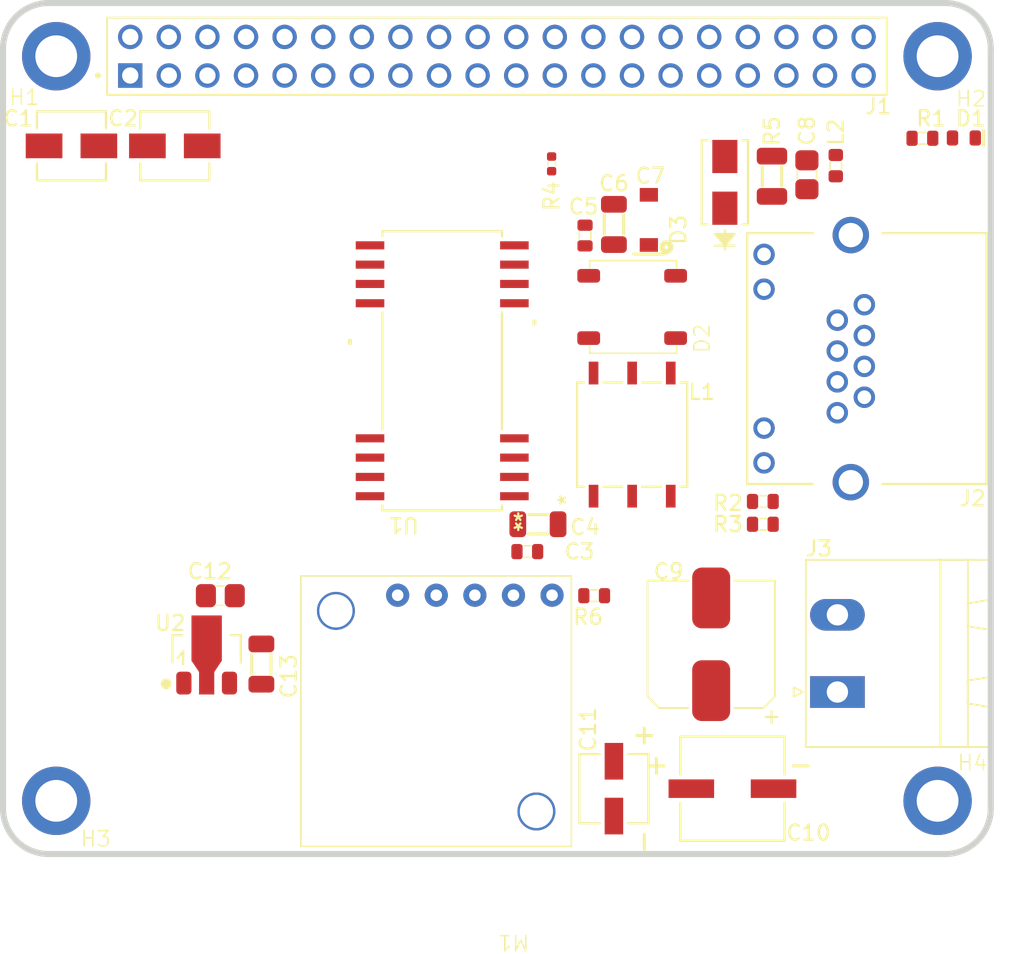
<source format=kicad_pcb>
(kicad_pcb (version 20240108) (generator "pcbnew") (generator_version "8.0")
  (layers (0 "F.Cu" signal) (31 "B.Cu" signal) (34 "B.Paste" user) (35 "F.Paste" user) (36 "B.SilkS" user "B.Silkscreen") (37 "F.SilkS" user "F.Silkscreen") (38 "B.Mask" user) (39 "F.Mask" user) (44 "Edge.Cuts" user))
  (net 0 "")
  (net 1 "+3.3V")
  (net 2 "GND")
  (net 3 "+5V")
  (net 4 "Earth")
  (net 5 "Net-(D1-Pad1)")
  (net 6 "Net-(U1-ST2)")
  (net 8 "Net-(U1-ST1)")
  (net 11 "/RS485/RJ45_SHIELD")
  (net 12 "+24V")
  (net 13 "Net-(D2-Pad2)")
  (net 14 "Net-(D2-Pad1)")
  (net 16 "Net-(J1-GPIO23)")
  (net 18 "Net-(J1-GPIO15{slash}RXD)")
  (net 28 "Net-(J1-GPIO22)")
  (net 29 "Net-(J1-GPIO17)")
  (net 35 "Net-(J1-PWM1{slash}GPIO13)")
  (net 39 "Net-(J1-GPIO18{slash}PWM0)")
  (net 41 "Net-(J1-GPIO14{slash}TXD)")
  (net 45 "/RS485/B_RS485")
  (net 46 "/RS485/A_RS485")
  (net 48 "Net-(J2-Pad10)")
  (net 51 "Net-(J2-Pad12)")
  (net 52 "/RS485/Y_RS485")
  (net 54 "/RS485/Z_RS485")
  (net 55 "/Power/5V_PG")
  (footprint "AVR-KiCAD-Lib-Holes_Fasteners:RPI_HAT_HOLE" (layer "F.Cu") (at 113.5 102.5 90)
    (property "Reference" "H3" (at -2.5 2.6 0) (layer "F.SilkS") (effects (font (thickness 0.1))))
    (property "Value" "MountingHole_Pad" (hide yes))
    (pad "" np_thru_hole circle (at 0 0 90) (size 4.5 4.5) (drill 2.75) (layers "F&B.Cu" "*.Mask"))
  )
  (footprint "AVR-KiCAD-Lib-Resistors:R1206" (layer "F.Cu") (at 160.6 61.4 -90)
    (property "Reference" "R5" (at -2.975 0 90) (layer "F.SilkS"))
    (property "Value" "RC1206FR-071ML" (hide yes))
    (fp_line (start 0.635 0.635) (end -0.635 0.635) (stroke (width 0.2)) (layer "F.SilkS"))
    (fp_line (start -0.635 -0.635) (end 0.635 -0.635) (stroke (width 0.2)) (layer "F.SilkS"))
    (pad "1" smd roundrect (at -1.325 0 270) (size 1.1 2) (layers "F.Cu" "F.Paste" "F.Mask") (net 2 "GND"))
    (pad "2" smd roundrect (at 1.325 0 270) (size 1.1 2) (layers "F.Cu" "F.Paste" "F.Mask") (net 11 "/RS485/RJ45_SHIELD"))
  )
  (footprint "AVR-KiCAD-Lib-Resistors:R0603" (layer "F.Cu") (at 148.9 89)
    (property "Reference" "R6" (at -0.4 1.4 360) (layer "F.SilkS"))
    (property "Value" "RC0603FR-072K2L" (hide yes))
    (fp_line (start -0.254 -0.381) (end 0.254 -0.381) (stroke (width 0.1)) (layer "F.SilkS"))
    (fp_line (start -0.254 0.381) (end 0.254 0.381) (stroke (width 0.1)) (layer "F.SilkS"))
    (pad "1" smd roundrect (at -0.68 0) (size 0.74 1) (layers "F.Cu" "F.Paste" "F.Mask") (net 55 "/Power/5V_PG"))
    (pad "2" smd roundrect (at 0.68 0) (size 0.74 1) (layers "F.Cu" "F.Paste" "F.Mask") (net 1 "+3.3V"))
  )
  (footprint "AVR-KiCAD-Lib-Capacitors:C0805" (layer "F.Cu") (at 162.9 61.3 90)
    (property "Reference" "C8" (at 2.9 0 90) (layer "F.SilkS"))
    (property "Value" "C0805C103KCRACAUTO" (hide yes))
    (fp_line (start -0.254 -0.635) (end 0.254 -0.635) (stroke (width 0.1)) (layer "F.SilkS"))
    (fp_line (start -0.254 0.635) (end 0.254 0.635) (stroke (width 0.1)) (layer "F.SilkS"))
    (pad "1" smd roundrect (at -0.95 0 90) (size 1.321 1.524) (layers "F.Cu" "F.Paste" "F.Mask") (net 11 "/RS485/RJ45_SHIELD"))
    (pad "2" smd roundrect (at 0.95 0 90) (size 1.321 1.524) (layers "F.Cu" "F.Paste" "F.Mask") (net 2 "GND"))
  )
  (footprint "AVR-KiCAD-Lib-Capacitors:CAP_UUQ_6P3X5P4_NCH" (layer "F.Cu") (at 158 101.7)
    (property "Reference" "C10" (at 5 2.9 0) (layer "F.SilkS"))
    (property "Value" "UUQ1H100MCL1GB" (hide yes))
    (fp_line (start -5.5 -1.5) (end -4.5 -1.5) (stroke (width 0.2)) (layer "F.SilkS"))
    (fp_line (start -5 -2) (end -5 -1) (stroke (width 0.2)) (layer "F.SilkS"))
    (fp_line (start -3.429 -3.429) (end -3.429 -0.94234) (stroke (width 0.1524)) (layer "F.SilkS"))
    (fp_line (start -3.429 0.94234) (end -3.429 3.429) (stroke (width 0.1524)) (layer "F.SilkS"))
    (fp_line (start -3.429 3.429) (end 3.429 3.429) (stroke (width 0.1524)) (layer "F.SilkS"))
    (fp_line (start 3.429 -3.429) (end -3.429 -3.429) (stroke (width 0.1524)) (layer "F.SilkS"))
    (fp_line (start 3.429 -0.94234) (end 3.429 -3.429) (stroke (width 0.1524)) (layer "F.SilkS"))
    (fp_line (start 3.429 3.429) (end 3.429 0.94234) (stroke (width 0.1524)) (layer "F.SilkS"))
    (fp_line (start 4 -1.5) (end 5 -1.5) (stroke (width 0.2)) (layer "F.SilkS"))
    (pad "1" smd rect (at -2.7051 0) (size 2.9972 1.2192) (layers "F.Cu" "F.Paste" "F.Mask") (net 12 "+24V"))
    (pad "2" smd rect (at 2.7051 0) (size 2.9972 1.2192) (layers "F.Cu" "F.Paste" "F.Mask") (net 2 "GND"))
  )
  (footprint "AVR-KiCAD-Lib-Transformers:SO6_Q4470-CL_C-SIZE_COC" (layer "F.Cu") (at 151.4 78.4 90)
    (property "Reference" "L1" (at 2.8 4.6 0) (layer "F.SilkS"))
    (property "Value" "Q4470-CL" (hide yes))
    (fp_line (start 3.429 -3.6195) (end -3.429 -3.6195) (stroke (width 0.1524)) (layer "F.SilkS"))
    (fp_line (start -3.429 -3.6195) (end -3.429 -3.19024) (stroke (width 0.1524)) (layer "F.SilkS"))
    (fp_line (start 3.429 -3.19024) (end 3.429 -3.6195) (stroke (width 0.1524)) (layer "F.SilkS"))
    (fp_line (start -3.429 -1.88976) (end -3.429 -0.65024) (stroke (width 0.1524)) (layer "F.SilkS"))
    (fp_line (start 3.429 -0.65024) (end 3.429 -1.88976) (stroke (width 0.1524)) (layer "F.SilkS"))
    (fp_line (start -3.429 0.65024) (end -3.429 1.88976) (stroke (width 0.1524)) (layer "F.SilkS"))
    (fp_line (start 3.429 1.88976) (end 3.429 0.65024) (stroke (width 0.1524)) (layer "F.SilkS"))
    (fp_line (start -3.429 3.19024) (end -3.429 3.6195) (stroke (width 0.1524)) (layer "F.SilkS"))
    (fp_line (start 3.429 3.6195) (end 3.429 3.19024) (stroke (width 0.1524)) (layer "F.SilkS"))
    (fp_line (start -3.429 3.6195) (end 3.429 3.6195) (stroke (width 0.1524)) (layer "F.SilkS"))
    (fp_text user "*" (at -4.3053 -4.318 90) (layer "F.SilkS"))
    (fp_text user "*" (at -4.3053 -4.318 90) (layer "F.SilkS"))
    (pad "1" smd rect (at -4.0513 -2.54 90) (size 1.4986 0.635) (layers "F.Cu" "F.Paste" "F.Mask") (net 6 "Net-(U1-ST2)"))
    (pad "2" smd rect (at -4.0513 0 90) (size 1.4986 0.635) (layers "F.Cu" "F.Paste" "F.Mask"))
    (pad "3" smd rect (at -4.0513 2.54 90) (size 1.4986 0.635) (layers "F.Cu" "F.Paste" "F.Mask") (net 8 "Net-(U1-ST1)"))
    (pad "4" smd rect (at 4.0513 2.54 90) (size 1.4986 0.635) (layers "F.Cu" "F.Paste" "F.Mask") (net 14 "Net-(D2-Pad1)"))
    (pad "5" smd rect (at 4.0513 0 90) (size 1.4986 0.635) (layers "F.Cu" "F.Paste" "F.Mask"))
    (pad "6" smd rect (at 4.0513 -2.54 90) (size 1.4986 0.635) (layers "F.Cu" "F.Paste" "F.Mask") (net 13 "Net-(D2-Pad2)"))
  )
  (footprint "AVR-KiCAD-Lib-Diodes:LED0603" (layer "F.Cu") (at 173.23 58.88)
    (property "Reference" "D1" (at 0.45 -1.28 360) (layer "F.SilkS"))
    (property "Value" "LTST-C194KGKT" (hide yes))
    (fp_line (start 1.3 -0.5) (end 1.3 0.5) (stroke (width 0.2)) (layer "F.SilkS"))
    (pad "1" smd roundrect (at -0.75 0) (size 0.75 1) (layers "F.Cu" "F.Paste" "F.Mask") (net 5 "Net-(D1-Pad1)"))
    (pad "2" smd roundrect (at 0.75 0) (size 0.75 1) (layers "F.Cu" "F.Paste" "F.Mask") (net 2 "GND"))
  )
  (footprint "AVR-KiCAD-Lib-Connectors:PhoenixContact_MSTBA-G_02x5.08mm_Angled" (layer "F.Cu") (at 164.9075 95.34 90)
    (property "Reference" "J3" (at 9.44 -1.2075 180) (layer "F.SilkS"))
    (property "Value" "1757242")
    (fp_line (start 0.3 -2.88) (end 0 -2.28) (stroke (width 0.12)) (layer "F.SilkS"))
    (fp_line (start -0.3 -2.88) (end 0.3 -2.88) (stroke (width 0.12)) (layer "F.SilkS"))
    (fp_line (start 0 -2.28) (end -0.3 -2.88) (stroke (width 0.12)) (layer "F.SilkS"))
    (fp_line (start 8.7 -2.08) (end -3.62 -2.08) (stroke (width 0.12)) (layer "F.SilkS"))
    (fp_line (start -3.62 -2.08) (end -3.62 10.08) (stroke (width 0.12)) (layer "F.SilkS"))
    (fp_line (start 8.7 6.78) (end 8.7 8.58) (stroke (width 0.12)) (layer "F.SilkS"))
    (fp_line (start -3.62 6.78) (end 8.7 6.78) (stroke (width 0.12)) (layer "F.SilkS"))
    (fp_line (start 8.7 8.58) (end -3.62 8.58) (stroke (width 0.12)) (layer "F.SilkS"))
    (fp_line (start 5.83 8.58) (end 4.33 8.58) (stroke (width 0.12)) (layer "F.SilkS"))
    (fp_line (start 4.33 8.58) (end 4.08 10.08) (stroke (width 0.12)) (layer "F.SilkS"))
    (fp_line (start 0.75 8.58) (end -0.75 8.58) (stroke (width 0.12)) (layer "F.SilkS"))
    (fp_line (start -0.75 8.58) (end -1 10.08) (stroke (width 0.12)) (layer "F.SilkS"))
    (fp_line (start -3.62 8.58) (end -3.62 6.78) (stroke (width 0.12)) (layer "F.SilkS"))
    (fp_line (start 8.7 10.08) (end 8.7 -2.08) (stroke (width 0.12)) (layer "F.SilkS"))
    (fp_line (start 6.08 10.08) (end 5.83 8.58) (stroke (width 0.12)) (layer "F.SilkS"))
    (fp_line (start 4.08 10.08) (end 6.08 10.08) (stroke (width 0.12)) (layer "F.SilkS"))
    (fp_line (start 1 10.08) (end 0.75 8.58) (stroke (width 0.12)) (layer "F.SilkS"))
    (fp_line (start -1 10.08) (end 1 10.08) (stroke (width 0.12)) (layer "F.SilkS"))
    (fp_line (start -3.62 10.08) (end 8.7 10.08) (stroke (width 0.12)) (layer "F.SilkS"))
    (pad "1" thru_hole rect (at 0 0 90) (size 2.08 3.6) (drill 1.4) (layers "*.Cu" "*.Mask") (net 12 "+24V"))
    (pad "2" thru_hole oval (at 5.08 0 90) (size 2.08 3.6) (drill 1.4) (layers "*.Cu" "*.Mask") (net 2 "GND"))
  )
  (footprint "AVR-KiCAD-Lib-Holes_Fasteners:RPI_HAT_HOLE" (layer "F.Cu") (at 171.5 53.5 90)
    (property "Reference" "H2" (at -2.8 2.2 0) (layer "F.SilkS") (effects (font (thickness 0.1))))
    (property "Value" "MountingHole_Pad" (hide yes))
    (pad "" np_thru_hole circle (at 0 0 90) (size 4.5 4.5) (drill 2.75) (layers "F&B.Cu" "*.Mask"))
  )
  (footprint "AVR-KiCAD-Lib-Holes_Fasteners:RPI_HAT_HOLE" (layer "F.Cu") (at 171.5 102.5 90)
    (property "Reference" "H4" (at 2.5 2.3 0) (layer "F.SilkS") (effects (font (thickness 0.1))))
    (property "Value" "MountingHole_Pad" (hide yes))
    (pad "" np_thru_hole circle (at 0 0 90) (size 4.5 4.5) (drill 2.75) (layers "F&B.Cu" "*.Mask"))
  )
  (footprint "AVR-KiCAD-Lib-Holes_Fasteners:RPI_HAT_HOLE" (layer "F.Cu") (at 113.5 53.5 90)
    (property "Reference" "H1" (at -2.7 -2.1 0) (layer "F.SilkS") (effects (font (thickness 0.1))))
    (property "Value" "MountingHole_Pad" (hide yes))
    (pad "" np_thru_hole circle (at 0 0 90) (size 4.5 4.5) (drill 2.75) (layers "F&B.Cu" "*.Mask"))
  )
  (footprint "AVR-KiCAD-Lib-Inductors:MI0603K300R-10" (layer "F.Cu") (at 164.8 60.7 90)
    (property "Reference" "L2" (at 2.2 0 90) (layer "F.SilkS"))
    (property "Value" "MI0603K300R-10" (hide yes))
    (fp_line (start -0.254 -0.381) (end 0.254 -0.381) (stroke (width 0.1)) (layer "F.SilkS"))
    (fp_line (start 0.254 0.381) (end -0.254 0.381) (stroke (width 0.1)) (layer "F.SilkS"))
    (pad "1" smd roundrect (at -0.7 0 90) (size 0.8 0.95) (layers "F.Cu" "F.Paste" "F.Mask") (net 11 "/RS485/RJ45_SHIELD"))
    (pad "2" smd roundrect (at 0.7 0 90) (size 0.8 0.95) (layers "F.Cu" "F.Paste" "F.Mask") (net 2 "GND"))
  )
  (footprint "AVR-KiCAD-Lib-Capacitors:C0603" (layer "F.Cu") (at 148.3 65.3 -90)
    (property "Reference" "C5" (at -1.9 0.1 180) (layer "F.SilkS"))
    (property "Value" "CL10B104JB8NNNC" (hide yes))
    (fp_line (start -0.254 0.381) (end 0.254 0.381) (stroke (width 0.1)) (layer "F.SilkS"))
    (fp_line (start -0.254 -0.381) (end 0.254 -0.381) (stroke (width 0.1)) (layer "F.SilkS"))
    (pad "1" smd roundrect (at -0.68 0 270) (size 0.74 1) (layers "F.Cu" "F.Paste" "F.Mask") (net 4 "Earth"))
    (pad "2" smd roundrect (at 0.68 0 270) (size 0.74 1) (layers "F.Cu" "F.Paste" "F.Mask") (net 3 "+5V"))
  )
  (footprint "AVR-KiCAD-Lib-Connectors:SULLINS_PPPC202LFBN-RC_RPi5" (layer "F.Cu") (at 142.5 53.5 180)
    (property "Reference" "J1" (at -25.1 -3.3 360) (layer "F.SilkS"))
    (property "Value" "Raspberry_Pi_2_3")
    (fp_line (start 25.65 2.54) (end 25.65 -2.54) (stroke (width 0.127)) (layer "F.SilkS"))
    (fp_line (start 25.65 -2.54) (end -25.65 -2.54) (stroke (width 0.127)) (layer "F.SilkS"))
    (fp_line (start -25.65 2.54) (end 25.65 2.54) (stroke (width 0.127)) (layer "F.SilkS"))
    (fp_line (start -25.65 -2.54) (end -25.65 2.54) (stroke (width 0.127)) (layer "F.SilkS"))
    (fp_circle (center 26.25 -1.27) (end 26.35 -1.27) (stroke (width 0.2)) (fill none) (layer "F.SilkS"))
    (pad "1" thru_hole rect (at 24.13 -1.27 180) (size 1.605 1.605) (drill 1.07) (layers "*.Cu" "*.Mask"))
    (pad "2" thru_hole circle (at 24.13 1.27 180) (size 1.605 1.605) (drill 1.07) (layers "*.Cu" "*.Mask") (net 3 "+5V"))
    (pad "3" thru_hole circle (at 21.59 -1.27 180) (size 1.605 1.605) (drill 1.07) (layers "*.Cu" "*.Mask"))
    (pad "4" thru_hole circle (at 21.59 1.27 180) (size 1.605 1.605) (drill 1.07) (layers "*.Cu" "*.Mask") (net 3 "+5V"))
    (pad "5" thru_hole circle (at 19.05 -1.27 180) (size 1.605 1.605) (drill 1.07) (layers "*.Cu" "*.Mask"))
    (pad "6" thru_hole circle (at 19.05 1.27 180) (size 1.605 1.605) (drill 1.07) (layers "*.Cu" "*.Mask") (net 2 "GND"))
    (pad "7" thru_hole circle (at 16.51 -1.27 180) (size 1.605 1.605) (drill 1.07) (layers "*.Cu" "*.Mask"))
    (pad "8" thru_hole circle (at 16.51 1.27 180) (size 1.605 1.605) (drill 1.07) (layers "*.Cu" "*.Mask") (net 41 "Net-(J1-GPIO14{slash}TXD)"))
    (pad "9" thru_hole circle (at 13.97 -1.27 180) (size 1.605 1.605) (drill 1.07) (layers "*.Cu" "*.Mask") (net 2 "GND"))
    (pad "10" thru_hole circle (at 13.97 1.27 180) (size 1.605 1.605) (drill 1.07) (layers "*.Cu" "*.Mask") (net 18 "Net-(J1-GPIO15{slash}RXD)"))
    (pad "11" thru_hole circle (at 11.43 -1.27 180) (size 1.605 1.605) (drill 1.07) (layers "*.Cu" "*.Mask") (net 29 "Net-(J1-GPIO17)"))
    (pad "12" thru_hole circle (at 11.43 1.27 180) (size 1.605 1.605) (drill 1.07) (layers "*.Cu" "*.Mask") (net 39 "Net-(J1-GPIO18{slash}PWM0)"))
    (pad "13" thru_hole circle (at 8.89 -1.27 180) (size 1.605 1.605) (drill 1.07) (layers "*.Cu" "*.Mask"))
    (pad "14" thru_hole circle (at 8.89 1.27 180) (size 1.605 1.605) (drill 1.07) (layers "*.Cu" "*.Mask") (net 2 "GND"))
    (pad "15" thru_hole circle (at 6.35 -1.27 180) (size 1.605 1.605) (drill 1.07) (layers "*.Cu" "*.Mask") (net 28 "Net-(J1-GPIO22)"))
    (pad "16" thru_hole circle (at 6.35 1.27 180) (size 1.605 1.605) (drill 1.07) (layers "*.Cu" "*.Mask") (net 16 "Net-(J1-GPIO23)"))
    (pad "17" thru_hole circle (at 3.81 -1.27 180) (size 1.605 1.605) (drill 1.07) (layers "*.Cu" "*.Mask"))
    (pad "18" thru_hole circle (at 3.81 1.27 180) (size 1.605 1.605) (drill 1.07) (layers "*.Cu" "*.Mask"))
    (pad "19" thru_hole circle (at 1.27 -1.27 180) (size 1.605 1.605) (drill 1.07) (layers "*.Cu" "*.Mask"))
    (pad "20" thru_hole circle (at 1.27 1.27 180) (size 1.605 1.605) (drill 1.07) (layers "*.Cu" "*.Mask") (net 2 "GND"))
    (pad "21" thru_hole circle (at -1.27 -1.27 180) (size 1.605 1.605) (drill 1.07) (layers "*.Cu" "*.Mask"))
    (pad "22" thru_hole circle (at -1.27 1.27 180) (size 1.605 1.605) (drill 1.07) (layers "*.Cu" "*.Mask"))
    (pad "23" thru_hole circle (at -3.81 -1.27 180) (size 1.605 1.605) (drill 1.07) (layers "*.Cu" "*.Mask"))
    (pad "24" thru_hole circle (at -3.81 1.27 180) (size 1.605 1.605) (drill 1.07) (layers "*.Cu" "*.Mask"))
    (pad "25" thru_hole circle (at -6.35 -1.27 180) (size 1.605 1.605) (drill 1.07) (layers "*.Cu" "*.Mask") (net 2 "GND"))
    (pad "26" thru_hole circle (at -6.35 1.27 180) (size 1.605 1.605) (drill 1.07) (layers "*.Cu" "*.Mask"))
    (pad "27" thru_hole circle (at -8.89 -1.27 180) (size 1.605 1.605) (drill 1.07) (layers "*.Cu" "*.Mask"))
    (pad "28" thru_hole circle (at -8.89 1.27 180) (size 1.605 1.605) (drill 1.07) (layers "*.Cu" "*.Mask"))
    (pad "29" thru_hole circle (at -11.43 -1.27 180) (size 1.605 1.605) (drill 1.07) (layers "*.Cu" "*.Mask"))
    (pad "30" thru_hole circle (at -11.43 1.27 180) (size 1.605 1.605) (drill 1.07) (layers "*.Cu" "*.Mask") (net 2 "GND"))
    (pad "31" thru_hole circle (at -13.97 -1.27 180) (size 1.605 1.605) (drill 1.07) (layers "*.Cu" "*.Mask"))
    (pad "32" thru_hole circle (at -13.97 1.27 180) (size 1.605 1.605) (drill 1.07) (layers "*.Cu" "*.Mask"))
    (pad "33" thru_hole circle (at -16.51 -1.27 180) (size 1.605 1.605) (drill 1.07) (layers "*.Cu" "*.Mask") (net 35 "Net-(J1-PWM1{slash}GPIO13)"))
    (pad "34" thru_hole circle (at -16.51 1.27 180) (size 1.605 1.605) (drill 1.07) (layers "*.Cu" "*.Mask") (net 2 "GND"))
    (pad "35" thru_hole circle (at -19.05 -1.27 180) (size 1.605 1.605) (drill 1.07) (layers "*.Cu" "*.Mask"))
    (pad "36" thru_hole circle (at -19.05 1.27 180) (size 1.605 1.605) (drill 1.07) (layers "*.Cu" "*.Mask"))
    (pad "37" thru_hole circle (at -21.59 -1.27 180) (size 1.605 1.605) (drill 1.07) (layers "*.Cu" "*.Mask"))
    (pad "38" thru_hole circle (at -21.59 1.27 180) (size 1.605 1.605) (drill 1.07) (layers "*.Cu" "*.Mask"))
    (pad "39" thru_hole circle (at -24.13 -1.27 180) (size 1.605 1.605) (drill 1.07) (layers "*.Cu" "*.Mask") (net 2 "GND"))
    (pad "40" thru_hole circle (at -24.13 1.27 180) (size 1.605 1.605) (drill 1.07) (layers "*.Cu" "*.Mask"))
  )
  (footprint "AVR-KiCAD-Lib-Capacitors:C0603" (layer "F.Cu") (at 144.5 86.1 180)
    (property "Reference" "C3" (at -3.429 0 360) (layer "F.SilkS"))
    (property "Value" "CL10B104JB8NNNC" (hide yes))
    (fp_line (start -0.254 0.381) (end 0.254 0.381) (stroke (width 0.1)) (layer "F.SilkS"))
    (fp_line (start -0.254 -0.381) (end 0.254 -0.381) (stroke (width 0.1)) (layer "F.SilkS"))
    (pad "1" smd roundrect (at -0.68 0 180) (size 0.74 1) (layers "F.Cu" "F.Paste" "F.Mask") (net 2 "GND"))
    (pad "2" smd roundrect (at 0.68 0 180) (size 0.74 1) (layers "F.Cu" "F.Paste" "F.Mask") (net 1 "+3.3V"))
  )
  (footprint "AVR-KiCAD-Lib-Capacitors:UCM1C470MCL1GS" (layer "F.Cu") (at 121.3034 59.4)
    (property "Reference" "C2" (at -3.4 -1.8 360) (layer "F.SilkS"))
    (property "Value" "UCM1C470MCL1GS" (hide yes))
    (fp_line (start -2.2733 -2.2733) (end -2.2733 -1.14554) (stroke (width 0.1524)) (layer "F.SilkS"))
    (fp_line (start -2.2733 1.14554) (end -2.2733 2.2733) (stroke (width 0.1524)) (layer "F.SilkS"))
    (fp_line (start -2.2733 2.2733) (end 2.2733 2.2733) (stroke (width 0.1524)) (layer "F.SilkS"))
    (fp_line (start 2.2733 -2.2733) (end -2.2733 -2.2733) (stroke (width 0.1524)) (layer "F.SilkS"))
    (fp_line (start 2.2733 -1.14554) (end 2.2733 -2.2733) (stroke (width 0.1524)) (layer "F.SilkS"))
    (fp_line (start 2.2733 2.2733) (end 2.2733 1.14554) (stroke (width 0.1524)) (layer "F.SilkS"))
    (pad "1" smd rect (at -1.8034 0) (size 2.413 1.6256) (layers "F.Cu" "F.Paste" "F.Mask") (net 3 "+5V"))
    (pad "2" smd rect (at 1.8034 0) (size 2.413 1.6256) (layers "F.Cu" "F.Paste" "F.Mask") (net 2 "GND"))
  )
  (footprint "AVR-KiCAD-Lib-Capacitors:C1206" (layer "F.Cu") (at 145.2 84.3 180)
    (property "Reference" "C4" (at -3.1 -0.2 360) (layer "F.SilkS"))
    (property "Value" "CGA5L3X5R1V106K160AB" (hide yes))
    (fp_line (start 0.635 0.635) (end -0.635 0.635) (stroke (width 0.2)) (layer "F.SilkS"))
    (fp_line (start -0.635 -0.635) (end 0.635 -0.635) (stroke (width 0.2)) (layer "F.SilkS"))
    (pad "1" smd roundrect (at -1.325 0 180) (size 1.1 1.7) (layers "F.Cu" "F.Paste" "F.Mask") (net 2 "GND"))
    (pad "2" smd roundrect (at 1.325 0 180) (size 1.1 1.7) (layers "F.Cu" "F.Paste" "F.Mask") (net 1 "+3.3V"))
  )
  (footprint "AVR-KiCAD-Lib-Capacitors:C1206" (layer "F.Cu") (at 127 93.50018 -90)
    (property "Reference" "C13" (at 0.8 -1.8 90) (layer "F.SilkS"))
    (property "Value" "GRT31CR61H106KE01L" (hide yes))
    (fp_line (start 0.635 0.635) (end -0.635 0.635) (stroke (width 0.2)) (layer "F.SilkS"))
    (fp_line (start -0.635 -0.635) (end 0.635 -0.635) (stroke (width 0.2)) (layer "F.SilkS"))
    (pad "1" smd roundrect (at -1.325 0 270) (size 1.1 1.7) (layers "F.Cu" "F.Paste" "F.Mask") (net 2 "GND"))
    (pad "2" smd roundrect (at 1.325 0 270) (size 1.1 1.7) (layers "F.Cu" "F.Paste" "F.Mask") (net 3 "+5V"))
  )
  (footprint "AVR-KiCAD-Lib-ICs:21-0145_W28M&plus_9_MXM" (layer "F.Cu") (at 138.9 74.2 180)
    (property "Reference" "U1" (at 2.54 -10.16 180) (layer "F.SilkS"))
    (property "Value" "MAX3535ECWI+T" (hide yes))
    (fp_line (start 3.937 9.1821) (end 3.937 8.85444) (stroke (width 0.1524)) (layer "F.SilkS"))
    (fp_line (start 3.937 3.84556) (end 3.937 -3.84556) (stroke (width 0.1524)) (layer "F.SilkS"))
    (fp_line (start 3.937 -8.85444) (end 3.937 -9.1821) (stroke (width 0.1524)) (layer "F.SilkS"))
    (fp_line (start 3.937 -9.1821) (end -3.937 -9.1821) (stroke (width 0.1524)) (layer "F.SilkS"))
    (fp_line (start -3.937 9.1821) (end 3.937 9.1821) (stroke (width 0.1524)) (layer "F.SilkS"))
    (fp_line (start -3.937 8.85444) (end -3.937 9.1821) (stroke (width 0.1524)) (layer "F.SilkS"))
    (fp_line (start -3.937 -3.84556) (end -3.937 3.84556) (stroke (width 0.1524)) (layer "F.SilkS"))
    (fp_line (start -3.937 -9.1821) (end -3.937 -8.85444) (stroke (width 0.1524)) (layer "F.SilkS"))
    (fp_poly (pts (xy 6.1976 1.7145) (xy 6.1976 2.0955) (xy 5.9436 2.0955) (xy 5.9436 1.7145)) (fill solid) (layer "F.SilkS"))
    (fp_poly (pts (xy -6.1976 2.9845) (xy -6.1976 3.3655) (xy -5.9436 3.3655) (xy -5.9436 2.9845)) (fill solid) (layer "F.SilkS"))
    (fp_text user "*" (at -5.0038 -9.9314 180) (layer "F.SilkS"))
    (fp_text user "*" (at -5.0038 -9.9314 360) (layer "F.SilkS"))
    (pad "1" smd rect (at -4.7498 -8.255 180) (size 1.8796 0.5334) (layers "F.Cu" "F.Paste" "F.Mask") (net 1 "+3.3V"))
    (pad "2" smd rect (at -4.7498 -6.985 180) (size 1.8796 0.5334) (layers "F.Cu" "F.Paste" "F.Mask") (net 8 "Net-(U1-ST1)"))
    (pad "3" smd rect (at -4.7498 -5.715 180) (size 1.8796 0.5334) (layers "F.Cu" "F.Paste" "F.Mask") (net 6 "Net-(U1-ST2)"))
    (pad "4" smd rect (at -4.7498 -4.445 180) (size 1.8796 0.5334) (layers "F.Cu" "F.Paste" "F.Mask") (net 2 "GND"))
    (pad "11" smd rect (at -4.7498 4.445 180) (size 1.8796 0.5334) (layers "F.Cu" "F.Paste" "F.Mask") (net 4 "Earth"))
    (pad "12" smd rect (at -4.7498 5.715 180) (size 1.8796 0.5334) (layers "F.Cu" "F.Paste" "F.Mask") (net 54 "/RS485/Z_RS485"))
    (pad "13" smd rect (at -4.7498 6.985 180) (size 1.8796 0.5334) (layers "F.Cu" "F.Paste" "F.Mask") (net 52 "/RS485/Y_RS485"))
    (pad "14" smd rect (at -4.7498 8.255 180) (size 1.8796 0.5334) (layers "F.Cu" "F.Paste" "F.Mask") (net 3 "+5V"))
    (pad "15" smd rect (at 4.7498 8.255 180) (size 1.8796 0.5334) (layers "F.Cu" "F.Paste" "F.Mask") (net 45 "/RS485/B_RS485"))
    (pad "16" smd rect (at 4.7498 6.985 180) (size 1.8796 0.5334) (layers "F.Cu" "F.Paste" "F.Mask") (net 46 "/RS485/A_RS485"))
    (pad "17" smd rect (at 4.7498 5.715 180) (size 1.8796 0.5334) (layers "F.Cu" "F.Paste" "F.Mask"))
    (pad "18" smd rect (at 4.7498 4.445 180) (size 1.8796 0.5334) (layers "F.Cu" "F.Paste" "F.Mask") (net 4 "Earth"))
    (pad "25" smd rect (at 4.7498 -4.445 180) (size 1.8796 0.5334) (layers "F.Cu" "F.Paste" "F.Mask") (net 41 "Net-(J1-GPIO14{slash}TXD)"))
    (pad "26" smd rect (at 4.7498 -5.715 180) (size 1.8796 0.5334) (layers "F.Cu" "F.Paste" "F.Mask") (net 39 "Net-(J1-GPIO18{slash}PWM0)"))
    (pad "27" smd rect (at 4.7498 -6.985 180) (size 1.8796 0.5334) (layers "F.Cu" "F.Paste" "F.Mask") (net 29 "Net-(J1-GPIO17)"))
    (pad "28" smd rect (at 4.7498 -8.255 180) (size 1.8796 0.5334) (layers "F.Cu" "F.Paste" "F.Mask") (net 18 "Net-(J1-GPIO15{slash}RXD)"))
  )
  (footprint "AVR-KiCAD-Lib-Resistors:R0603" (layer "F.Cu") (at 160 84.3 180)
    (property "Reference" "R3" (at 2.3 0 360) (layer "F.SilkS"))
    (property "Value" "RC0603FR-07470RL" (hide yes))
    (fp_line (start -0.254 0.381) (end 0.254 0.381) (stroke (width 0.1)) (layer "F.SilkS"))
    (fp_line (start -0.254 -0.381) (end 0.254 -0.381) (stroke (width 0.1)) (layer "F.SilkS"))
    (pad "1" smd roundrect (at -0.68 0 180) (size 0.74 1) (layers "F.Cu" "F.Paste" "F.Mask") (net 48 "Net-(J2-Pad10)"))
    (pad "2" smd roundrect (at 0.68 0 180) (size 0.74 1) (layers "F.Cu" "F.Paste" "F.Mask") (net 16 "Net-(J1-GPIO23)"))
  )
  (footprint "AVR-KiCAD-Lib-Connectors:AMPHENOL_RJHSE-5381" (layer "F.Cu") (at 169.22 73.4 90)
    (property "Reference" "J2" (at -9.2 4.58 180) (layer "F.SilkS") (effects (font (size 1.00137 1.00137))))
    (property "Value" "RJHSE-5381")
    (fp_line (start 8.255 -10.25) (end 8.255 -5.93) (stroke (width 0.1524)) (layer "F.SilkS"))
    (fp_line (start -8.255 -10.25) (end 8.255 -10.25) (stroke (width 0.1524)) (layer "F.SilkS"))
    (fp_line (start -8.255 -5.93) (end -8.255 -10.25) (stroke (width 0.1524)) (layer "F.SilkS"))
    (fp_line (start 8.255 -1.36) (end 8.255 5.5) (stroke (width 0.1524)) (layer "F.SilkS"))
    (fp_line (start 8.255 5.5) (end -8.255 5.5) (stroke (width 0.1524)) (layer "F.SilkS"))
    (fp_line (start -8.255 5.5) (end -8.255 -1.36) (stroke (width 0.1524)) (layer "F.SilkS"))
    (pad "" np_thru_hole circle (at -6.35 0 90) (size 3.25 3.25) (drill 3.25) (layers "*.Cu" "*.Mask"))
    (pad "" np_thru_hole circle (at 6.35 0 90) (size 3.25 3.25) (drill 3.25) (layers "*.Cu" "*.Mask"))
    (pad "1" thru_hole circle (at 3.55 -2.54 90) (size 1.408 1.408) (drill 0.9) (layers "*.Cu" "*.Mask") (net 46 "/RS485/A_RS485"))
    (pad "2" thru_hole circle (at 2.53 -4.32 90) (size 1.408 1.408) (drill 0.9) (layers "*.Cu" "*.Mask") (net 45 "/RS485/B_RS485"))
    (pad "3" thru_hole circle (at 1.52 -2.54 90) (size 1.408 1.408) (drill 0.9) (layers "*.Cu" "*.Mask"))
    (pad "4" thru_hole circle (at 0.5 -4.32 90) (size 1.408 1.408) (drill 0.9) (layers "*.Cu" "*.Mask"))
    (pad "5" thru_hole circle (at -0.51 -2.54 90) (size 1.408 1.408) (drill 0.9) (layers "*.Cu" "*.Mask"))
    (pad "6" thru_hole circle (at -1.53 -4.32 90) (size 1.408 1.408) (drill 0.9) (layers "*.Cu" "*.Mask"))
    (pad "7" thru_hole circle (at -2.54 -2.54 90) (size 1.408 1.408) (drill 0.9) (layers "*.Cu" "*.Mask") (net 52 "/RS485/Y_RS485"))
    (pad "8" thru_hole circle (at -3.56 -4.32 90) (size 1.408 1.408) (drill 0.9) (layers "*.Cu" "*.Mask") (net 54 "/RS485/Z_RS485"))
    (pad "9" thru_hole circle (at 6.86 -9.14 90) (size 1.408 1.408) (drill 0.9) (layers "*.Cu" "*.Mask") (net 2 "GND"))
    (pad "10" thru_hole circle (at 4.57 -9.14 90) (size 1.408 1.408) (drill 0.9) (layers "*.Cu" "*.Mask") (net 48 "Net-(J2-Pad10)"))
    (pad "11" thru_hole circle (at -4.57 -9.14 90) (size 1.408 1.408) (drill 0.9) (layers "*.Cu" "*.Mask") (net 2 "GND"))
    (pad "12" thru_hole circle (at -6.86 -9.14 90) (size 1.408 1.408) (drill 0.9) (layers "*.Cu" "*.Mask") (net 51 "Net-(J2-Pad12)"))
    (pad "S1" thru_hole circle (at 8.13 -3.43 90) (size 2.4 2.4) (drill 1.6) (layers "*.Cu" "*.Mask") (net 11 "/RS485/RJ45_SHIELD"))
    (pad "S2" thru_hole circle (at -8.13 -3.43 90) (size 2.4 2.4) (drill 1.6) (layers "*.Cu" "*.Mask") (net 11 "/RS485/RJ45_SHIELD"))
  )
  (footprint "AVR-KiCAD-Lib-Capacitors:UCM1C470MCL1GS" (layer "F.Cu") (at 114.5034 59.4 180)
    (property "Reference" "C1" (at 3.5 1.8 360) (layer "F.SilkS"))
    (property "Value" "UCM1C470MCL1GS" (hide yes))
    (fp_line (start 2.2733 2.2733) (end 2.2733 1.14554) (stroke (width 0.1524)) (layer "F.SilkS"))
    (fp_line (start 2.2733 -1.14554) (end 2.2733 -2.2733) (stroke (width 0.1524)) (layer "F.SilkS"))
    (fp_line (start 2.2733 -2.2733) (end -2.2733 -2.2733) (stroke (width 0.1524)) (layer "F.SilkS"))
    (fp_line (start -2.2733 2.2733) (end 2.2733 2.2733) (stroke (width 0.1524)) (layer "F.SilkS"))
    (fp_line (start -2.2733 1.14554) (end -2.2733 2.2733) (stroke (width 0.1524)) (layer "F.SilkS"))
    (fp_line (start -2.2733 -2.2733) (end -2.2733 -1.14554) (stroke (width 0.1524)) (layer "F.SilkS"))
    (pad "1" smd rect (at -1.8034 0 180) (size 2.413 1.6256) (layers "F.Cu" "F.Paste" "F.Mask") (net 3 "+5V"))
    (pad "2" smd rect (at 1.8034 0 180) (size 2.413 1.6256) (layers "F.Cu" "F.Paste" "F.Mask") (net 2 "GND"))
  )
  (footprint "AVR-KiCAD-Lib-ICs:SOT_89" (layer "F.Cu") (at 123.4 92.9)
    (property "Reference" "U2" (at -2.4 -2.09982 360) (layer "F.SilkS"))
    (property "Value" "AZ1117CR-3.3TRG1" (hide yes))
    (fp_line (start -2.25044 -1.30048) (end -2.25044 0.50038) (stroke (width 0.15)) (layer "F.SilkS"))
    (fp_line (start -2.25044 -1.30048) (end -1.6002 -1.30048) (stroke (width 0.15)) (layer "F.SilkS"))
    (fp_line (start -1.89992 0.20066) (end -1.651 -0.09906) (stroke (width 0.15)) (layer "F.SilkS"))
    (fp_line (start -1.651 -0.09906) (end -1.5494 -0.24892) (stroke (width 0.15)) (layer "F.SilkS"))
    (fp_line (start -1.5494 -0.24892) (end -1.5494 0.59944) (stroke (width 0.15)) (layer "F.SilkS"))
    (fp_line (start 2.25044 -1.30048) (end 1.6002 -1.30048) (stroke (width 0.15)) (layer "F.SilkS"))
    (fp_line (start 2.25044 -1.30048) (end 2.25044 0.50038) (stroke (width 0.15)) (layer "F.SilkS"))
    (fp_circle (center -2.667 1.905) (end -2.54 2.032) (stroke (width 0.35)) (fill none) (layer "F.SilkS"))
    (pad "1" smd roundrect (at -1.50114 1.85166) (size 1.00076 1.50114) (layers "F.Cu" "F.Paste" "F.Mask") (net 2 "GND"))
    (pad "2" smd rect (at 0 -1.09982) (size 1.99898 2.99974) (layers "F.Cu" "F.Paste" "F.Mask") (net 1 "+3.3V"))
    (pad "2" smd trapezoid (at 0 0.7493 180) (size 1.50114 0.7493) (rect_delta 0 0.50038) (layers "F.Cu" "F.Paste" "F.Mask") (net 1 "+3.3V"))
    (pad "2" smd rect (at 0 1.85166) (size 1.00076 1.50114) (layers "F.Cu" "F.Paste" "F.Mask") (net 1 "+3.3V"))
    (pad "3" smd roundrect (at 1.50114 1.85166) (size 1.00076 1.50114) (layers "F.Cu" "F.Paste" "F.Mask") (net 3 "+5V"))
  )
  (footprint "AVR-KiCAD-Lib-Diodes:LMB110S-TP" (layer "F.Cu") (at 151.4 70 -90)
    (property "Reference" "D2" (at 2.07 -4.6 90) (layer "F.SilkS") (effects (font (thickness 0.1))))
    (property "Value" "LMB110S-TP" (hide yes))
    (fp_line (start -3.048 2.794) (end -2.54 2.794) (stroke (width 0.1)) (layer "F.SilkS"))
    (fp_line (start 2.54 2.794) (end 3.048 2.794) (stroke (width 0.1)) (layer "F.SilkS"))
    (fp_line (start 3.048 2.794) (end 3.048 -2.921) (stroke (width 0.1)) (layer "F.SilkS"))
    (fp_line (start -3.048 -2.921) (end -3.048 2.794) (stroke (width 0.1)) (layer "F.SilkS"))
    (fp_line (start -2.54 -2.921) (end -3.048 -2.921) (stroke (width 0.1)) (layer "F.SilkS"))
    (fp_line (start 3.048 -2.921) (end 2.54 -2.921) (stroke (width 0.1)) (layer "F.SilkS"))
    (pad "1" smd roundrect (at 2.05 -2.86 270) (size 0.9 1.5) (layers "F.Cu" "F.Paste" "F.Mask") (net 14 "Net-(D2-Pad1)"))
    (pad "2" smd roundrect (at 2.05 2.86 270) (size 0.9 1.5) (layers "F.Cu" "F.Paste" "F.Mask") (net 13 "Net-(D2-Pad2)"))
    (pad "3" smd roundrect (at -2.05 2.86 270) (size 0.9 1.5) (layers "F.Cu" "F.Paste" "F.Mask") (net 3 "+5V"))
    (pad "4" smd roundrect (at -2.05 -2.86 270) (size 0.9 1.5) (layers "F.Cu" "F.Paste" "F.Mask") (net 4 "Earth"))
  )
  (footprint "AVR-KiCAD-Lib-Capacitors:C0805" (layer "F.Cu") (at 124.3 89.00018 180)
    (property "Reference" "C12" (at 0.7 1.6 360) (layer "F.SilkS"))
    (property "Value" "GRM21BR61A226ME51L" (hide yes))
    (fp_line (start -0.254 0.635) (end 0.254 0.635) (stroke (width 0.1)) (layer "F.SilkS"))
    (fp_line (start -0.254 -0.635) (end 0.254 -0.635) (stroke (width 0.1)) (layer "F.SilkS"))
    (pad "1" smd roundrect (at -0.95 0 180) (size 1.321 1.524) (layers "F.Cu" "F.Paste" "F.Mask") (net 2 "GND"))
    (pad "2" smd roundrect (at 0.95 0 180) (size 1.321 1.524) (layers "F.Cu" "F.Paste" "F.Mask") (net 1 "+3.3V"))
  )
  (footprint "AVR-KiCAD-Lib-Capacitors:CP_Elec_8x10" (layer "F.Cu") (at 156.6 92.2 90)
    (property "Reference" "C9" (at 4.8 -2.8 180) (layer "F.SilkS"))
    (property "Value" "UUQ1H470MCL1GS" (hide yes))
    (fp_line (start 4.19 -4.19) (end 4.19 -1.51) (stroke (width 0.12)) (layer "F.SilkS"))
    (fp_line (start -3.43 -4.19) (end 4.19 -4.19) (stroke (width 0.12)) (layer "F.SilkS"))
    (fp_line (start -4.19 -3.43) (end -3.43 -4.19) (stroke (width 0.12)) (layer "F.SilkS"))
    (fp_line (start -4.19 -3.43) (end -4.19 -1.51) (stroke (width 0.12)) (layer "F.SilkS"))
    (fp_line (start -4.19 3.43) (end -4.19 1.51) (stroke (width 0.12)) (layer "F.SilkS"))
    (fp_line (start 4.19 4.19) (end 4.19 1.51) (stroke (width 0.12)) (layer "F.SilkS"))
    (fp_line (start 4.19 4.19) (end -3.43 4.19) (stroke (width 0.12)) (layer "F.SilkS"))
    (fp_line (start -3.43 4.19) (end -4.19 3.43) (stroke (width 0.12)) (layer "F.SilkS"))
    (fp_text user "+" (at -4.78 3.9 90) (layer "F.SilkS"))
    (pad "1" smd roundrect (at -3.05 0 270) (size 4 2.5) (layers "F.Cu" "F.Paste" "F.Mask") (net 12 "+24V"))
    (pad "2" smd roundrect (at 3.05 0 270) (size 4 2.5) (layers "F.Cu" "F.Paste" "F.Mask") (net 2 "GND"))
  )
  (footprint "AVR-KiCAD-Lib-Resistors:R0603" (layer "F.Cu") (at 170.5 58.9 180)
    (property "Reference" "R1" (at -0.58 1.3 360) (layer "F.SilkS"))
    (property "Value" "RC0603FR-07470RL" (hide yes))
    (fp_line (start -0.254 0.381) (end 0.254 0.381) (stroke (width 0.1)) (layer "F.SilkS"))
    (fp_line (start -0.254 -0.381) (end 0.254 -0.381) (stroke (width 0.1)) (layer "F.SilkS"))
    (pad "1" smd roundrect (at -0.68 0 180) (size 0.74 1) (layers "F.Cu" "F.Paste" "F.Mask") (net 5 "Net-(D1-Pad1)"))
    (pad "2" smd roundrect (at 0.68 0 180) (size 0.74 1) (layers "F.Cu" "F.Paste" "F.Mask") (net 35 "Net-(J1-PWM1{slash}GPIO13)"))
  )
  (footprint "AVR-KiCAD-Lib-Capacitors:C1206" (layer "F.Cu") (at 150.2 64.57 -90)
    (property "Reference" "C6" (at -2.7 0 180) (layer "F.SilkS"))
    (property "Value" "CGA5L3X5R1V106K160AB" (hide yes))
    (fp_line (start 0.635 0.635) (end -0.635 0.635) (stroke (width 0.2)) (layer "F.SilkS"))
    (fp_line (start -0.635 -0.635) (end 0.635 -0.635) (stroke (width 0.2)) (layer "F.SilkS"))
    (pad "1" smd roundrect (at -1.325 0 270) (size 1.1 1.7) (layers "F.Cu" "F.Paste" "F.Mask") (net 4 "Earth"))
    (pad "2" smd roundrect (at 1.325 0 270) (size 1.1 1.7) (layers "F.Cu" "F.Paste" "F.Mask") (net 3 "+5V"))
  )
  (footprint "AVR-KiCAD-Lib-Diodes:SMAJ30CA" (layer "F.Cu") (at 157.5 61.8 90)
    (property "Reference" "D3" (at -3.12 -3.05 90) (layer "F.SilkS"))
    (property "Value" "SMAJ30CA" (hide yes))
    (fp_line (start 2.7686 -1.524) (end -2.7686 -1.524) (stroke (width 0.1524)) (layer "F.SilkS"))
    (fp_line (start -2.7686 -1.524) (end -2.7686 -1.15824) (stroke (width 0.1524)) (layer "F.SilkS"))
    (fp_line (start 2.7686 -1.15824) (end 2.7686 -1.524) (stroke (width 0.1524)) (layer "F.SilkS"))
    (fp_line (start -3.4036 -0.635) (end -3.4036 0.635) (stroke (width 0.1524)) (layer "F.SilkS"))
    (fp_line (start -4.1656 -0.635) (end -4.1656 0.635) (stroke (width 0.1524)) (layer "F.SilkS"))
    (fp_line (start -3.1496 0) (end -4.4196 0) (stroke (width 0.1524)) (layer "F.SilkS"))
    (fp_line (start -4.1656 0) (end -3.4036 -0.635) (stroke (width 0.1524)) (layer "F.SilkS"))
    (fp_line (start -4.1656 0) (end -3.4036 -0.508) (stroke (width 0.1524)) (layer "F.SilkS"))
    (fp_line (start -4.1656 0) (end -3.4036 -0.381) (stroke (width 0.1524)) (layer "F.SilkS"))
    (fp_line (start -4.1656 0) (end -3.4036 -0.254) (stroke (width 0.1524)) (layer "F.SilkS"))
    (fp_line (start -4.1656 0) (end -3.4036 -0.127) (stroke (width 0.1524)) (layer "F.SilkS"))
    (fp_line (start -4.1656 0) (end -3.4036 0.127) (stroke (width 0.1524)) (layer "F.SilkS"))
    (fp_line (start -4.1656 0) (end -3.4036 0.254) (stroke (width 0.1524)) (layer "F.SilkS"))
    (fp_line (start -4.1656 0) (end -3.4036 0.381) (stroke (width 0.1524)) (layer "F.SilkS"))
    (fp_line (start -4.1656 0) (end -3.4036 0.508) (stroke (width 0.1524)) (layer "F.SilkS"))
    (fp_line (start -4.1656 0) (end -3.4036 0.635) (stroke (width 0.1524)) (layer "F.SilkS"))
    (fp_line (start -2.7686 1.15824) (end -2.7686 1.524) (stroke (width 0.1524)) (layer "F.SilkS"))
    (fp_line (start 2.7686 1.524) (end 2.7686 1.15824) (stroke (width 0.1524)) (layer "F.SilkS"))
    (fp_line (start -2.7686 1.524) (end 2.7686 1.524) (stroke (width 0.1524)) (layer "F.SilkS"))
    (pad "1" smd rect (at -1.7018 0 180) (size 1.651 2.1844) (layers "F.Cu" "F.Paste" "F.Mask") (net 11 "/RS485/RJ45_SHIELD"))
    (pad "2" smd rect (at 1.7018 0 180) (size 1.651 2.1844) (layers "F.Cu" "F.Paste" "F.Mask") (net 2 "GND"))
  )
  (footprint "AVR-KiCAD-Lib-Modules:D24V22F12" (layer "F.Cu") (at 146.13 88.97 180)
    (property "Reference" "M1" (at 2.54 -22.86 180) (layer "F.SilkS") (effects (font (thickness 0.1))))
    (property "Value" "D24V22F5")
    (fp_line (start 16.53 1.27) (end 16.53 -16.53) (stroke (width 0.1)) (layer "F.SilkS"))
    (fp_line (start -1.27 1.27) (end 16.53 1.27) (stroke (width 0.1)) (layer "F.SilkS"))
    (fp_line (start -1.27 1.27) (end -1.27 -16.53) (stroke (width 0.1)) (layer "F.SilkS"))
    (fp_line (start -1.27 -16.53) (end 16.53 -16.53) (stroke (width 0.1)) (layer "F.SilkS"))
    (pad "" thru_hole circle (at 1.03 -14.23 180) (size 2.5 2.5) (drill 2.184) (layers "*.Cu" "*.Mask"))
    (pad "" thru_hole circle (at 14.224 -1.03 180) (size 2.5 2.5) (drill 2.184) (layers "*.Cu" "*.Mask"))
    (pad "1" thru_hole circle (at 0 0 180) (size 1.524 1.524) (drill 0.762) (layers "*.Cu" "*.Mask") (net 55 "/Power/5V_PG"))
    (pad "2" thru_hole circle (at 2.54 0 180) (size 1.524 1.524) (drill 0.762) (layers "*.Cu" "*.Mask"))
    (pad "3" thru_hole circle (at 5.08 0 180) (size 1.524 1.524) (drill 0.762) (layers "*.Cu" "*.Mask") (net 12 "+24V"))
    (pad "4" thru_hole circle (at 7.62 0 180) (size 1.524 1.524) (drill 0.762) (layers "*.Cu" "*.Mask") (net 2 "GND"))
    (pad "5" thru_hole circle (at 10.16 0 180) (size 1.524 1.524) (drill 0.762) (layers "*.Cu" "*.Mask") (net 3 "+5V"))
  )
  (footprint "AVR-KiCAD-Lib-Capacitors:CAP_UUQ_4X5P4_NCH" (layer "F.Cu") (at 150.2 101.7 -90)
    (property "Reference" "C11" (at -3.9 1.7 90) (layer "F.SilkS"))
    (property "Value" "UUQ1H010MCL1GB" (hide yes))
    (fp_line (start -2.2733 2.2733) (end 2.2733 2.2733) (stroke (width 0.1524)) (layer "F.SilkS"))
    (fp_line (start 2.2733 2.2733) (end 2.2733 0.94234) (stroke (width 0.1524)) (layer "F.SilkS"))
    (fp_line (start -2.2733 0.94234) (end -2.2733 2.2733) (stroke (width 0.1524)) (layer "F.SilkS"))
    (fp_line (start 2.2733 -0.94234) (end 2.2733 -2.2733) (stroke (width 0.1524)) (layer "F.SilkS"))
    (fp_line (start -4 -2) (end -3 -2) (stroke (width 0.2)) (layer "F.SilkS"))
    (fp_line (start 3 -2) (end 4 -2) (stroke (width 0.2)) (layer "F.SilkS"))
    (fp_line (start -2.2733 -2.2733) (end -2.2733 -0.94234) (stroke (width 0.1524)) (layer "F.SilkS"))
    (fp_line (start 2.2733 -2.2733) (end -2.2733 -2.2733) (stroke (width 0.1524)) (layer "F.SilkS"))
    (fp_line (start -3.5 -2.5) (end -3.5 -1.5) (stroke (width 0.2)) (layer "F.SilkS"))
    (pad "1" smd rect (at -1.8034 0 270) (size 2.413 1.2192) (layers "F.Cu" "F.Paste" "F.Mask") (net 12 "+24V"))
    (pad "2" smd rect (at 1.8034 0 270) (size 2.413 1.2192) (layers "F.Cu" "F.Paste" "F.Mask") (net 2 "GND"))
  )
  (footprint "AVR-KiCAD-Lib-Resistors:R0603" (layer "F.Cu") (at 160 82.8 180)
    (property "Reference" "R2" (at 2.3 -0.1 360) (layer "F.SilkS"))
    (property "Value" "RC0603FR-07470RL" (hide yes))
    (fp_line (start -0.254 0.381) (end 0.254 0.381) (stroke (width 0.1)) (layer "F.SilkS"))
    (fp_line (start -0.254 -0.381) (end 0.254 -0.381) (stroke (width 0.1)) (layer "F.SilkS"))
    (pad "1" smd roundrect (at -0.68 0 180) (size 0.74 1) (layers "F.Cu" "F.Paste" "F.Mask") (net 51 "Net-(J2-Pad12)"))
    (pad "2" smd roundrect (at 0.68 0 180) (size 0.74 1) (layers "F.Cu" "F.Paste" "F.Mask") (net 28 "Net-(J1-GPIO22)"))
  )
  (footprint "AVR-KiCAD-Lib-Resistors:R0402" (layer "F.Cu") (at 146.1 60.583 90)
    (property "Reference" "R4" (at -2.117 0 90) (layer "F.SilkS"))
    (property "Value" "AC0402FR-07120RL" (hide yes))
    (fp_line (start -0.127 -0.254) (end 0.127 -0.254) (stroke (width 0.1)) (layer "F.SilkS"))
    (fp_line (start -0.127 0.254) (end 0.127 0.254) (stroke (width 0.1)) (layer "F.SilkS"))
    (pad "1" smd roundrect (at -0.483 0 90) (size 0.559 0.61) (layers "F.Cu" "F.Paste" "F.Mask") (net 46 "/RS485/A_RS485"))
    (pad "2" smd roundrect (at 0.483 0 90) (size 0.559 0.61) (layers "F.Cu" "F.Paste" "F.Mask") (net 45 "/RS485/B_RS485"))
  )
  (footprint "AVR-KiCAD-Lib-Diodes:D_SOD-123" (layer "F.Cu") (at 152.5 64.27 90)
    (property "Reference" "C7" (at 2.9 0.1 180) (layer "F.SilkS"))
    (property "Value" "C1206C105K3RACAUTO" (hide yes))
    (fp_line (start -2.25 -1) (end -2.25 1) (stroke (width 0.2)) (layer "F.SilkS"))
    (fp_circle (center -1.8 1.15) (end -1.688197 1.15) (stroke (width 0.35)) (fill none) (layer "F.SilkS"))
    (pad "1" smd rect (at 1.65 0 90) (size 0.9 1.2) (layers "F.Cu" "F.Paste" "F.Mask") (net 4 "Earth"))
    (pad "2" smd rect (at -1.65 0 90) (size 0.9 1.2) (layers "F.Cu" "F.Paste" "F.Mask") (net 3 "+5V"))
  )
  (gr_line (start 110 53) (end 110 87.5) (stroke (width 0.4)) (layer "Edge.Cuts"))
  (gr_line (start 113 106) (end 172 106) (stroke (width 0.4)) (layer "Edge.Cuts"))
  (gr_arc (start 172 50) (mid 174.12132 50.87868) (end 175 53) (stroke (width 0.4)) (layer "Edge.Cuts"))
  (gr_line (start 175 103) (end 175 53) (stroke (width 0.4)) (layer "Edge.Cuts"))
  (gr_arc (start 113 106) (mid 110.87868 105.12132) (end 110 103) (stroke (width 0.4)) (layer "Edge.Cuts"))
  (gr_line (start 172 50) (end 113 50) (stroke (width 0.4)) (layer "Edge.Cuts"))
  (gr_arc (start 110 53) (mid 110.87868 50.87868) (end 113 50) (stroke (width 0.4)) (layer "Edge.Cuts"))
  (gr_arc (start 175 103) (mid 174.12132 105.12132) (end 172 106) (stroke (width 0.4)) (layer "Edge.Cuts"))
  (gr_line (start 110 87.5) (end 110 103) (stroke (width 0.4)) (layer "Edge.Cuts"))
)
</source>
